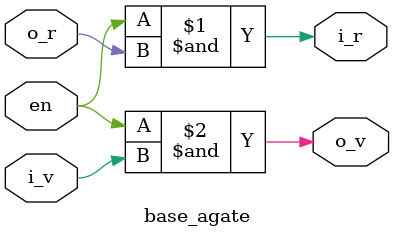
<source format=v>
module base_agate(en, i_v, i_r, o_v, o_r);
   input  en;
   input  i_v;
   output i_r;
   output o_v;
   input  o_r;

   assign i_r  = en & o_r;
   assign o_v = en & i_v;
endmodule 

 

</source>
